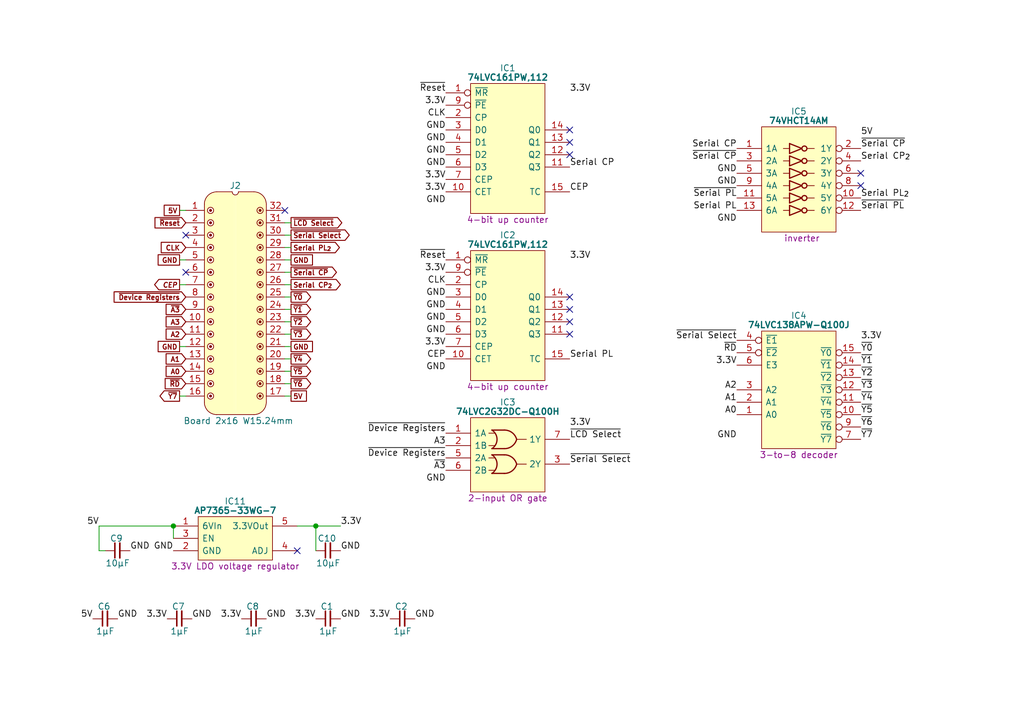
<source format=kicad_sch>
(kicad_sch (version 20250114) (generator "eeschema") (generator_version "9.0")
  (paper "A5")
  (title_block (title "SNES Controller Clock") (date "2024-05-11") (rev "V2"))
  (lib_symbols
    (symbol "Diodes_Inc:AP7365-33WG-7" (pin_names (offset 0.762))
      (property "Reference" "IC" (at 12.7 5.08 0))
      (property "Value" "AP7365-33WG-7" (at 12.7 3.175 0))
      (property "Description" "3.3V LDO voltage regulator" (at 12.7 -8.255 0))
      (symbol "AP7365-33WG-7_0_0"
        (pin input line (at 0 -2.54 0) (length 5.08) (name "EN") (number "3"))
        (pin passive line (at 0 -5.08 0) (length 5.08) (name "GND") (number "2"))
        (pin passive line (at 25.4 -5.08 180) (length 5.08) (name "ADJ") (number "4"))
      )
      (symbol "AP7365-33WG-7_0_1"
        (polyline (pts (xy 5.08 1.905) (xy 20.32 1.905) (xy 20.32 -6.985) (xy 5.08 -6.985) (xy 5.08 1.905)) (fill (type background)))
      )
      (symbol "AP7365-33WG-7_1_0"
        (pin passive line (at 0 0 0) (length 5.08) (name "6VIn") (number "1"))
        (pin passive line (at 25.4 0 180) (length 5.08) (name "3.3VOut") (number "5"))
      )
    )
    (symbol "HCP65:Board_02x16_W15.24mm" (pin_names (offset 1.016) (hide yes))
      (property "Reference" "J" (at 0 5.08 0))
      (property "Value" "Board 2x16 W15.24mm" (at 0.635 -43.18 0))
      (symbol "Board_02x16_W15.24mm_0_1"
        (polyline (pts (xy -6.35 1.27) (xy -6.35 -39.37)))
        (arc (start -3.8102 -41.9098) (mid -5.6063 -41.1659) (end -6.3502 -39.3698))
        (arc (start -6.35 1.27) (mid -5.6061 3.0661) (end -3.81 3.81))
        (polyline (pts (xy -3.81 3.81) (xy -0.635 3.81)))
        (arc (start 0.635 3.81) (mid 0 3.175) (end -0.635 3.81))
        (polyline (pts (xy 0.635 3.81) (xy 3.81 3.81)))
        (polyline (pts (xy 3.8098 -41.9098) (xy -3.81 -41.91)))
        (arc (start 3.81 3.81) (mid 5.6061 3.0661) (end 6.35 1.27))
        (arc (start 6.3498 -39.3698) (mid 5.6059 -41.1659) (end 3.8098 -41.9098))
        (polyline (pts (xy 6.35 -39.37) (xy 6.35 1.27)))
      )
      (symbol "Board_02x16_W15.24mm_1_1"
        (polyline (pts (xy -6.35 1.27) (xy -6.096 2.286) (xy -5.588 3.048) (xy -4.826 3.556) (xy -4.064 3.81) (xy -0.762 3.81) (xy -0.508 3.302) (xy 0 3.048) (xy 0 -41.91) (xy -3.81 -41.91) (xy -4.826 -41.656) (xy -5.588 -41.148) (xy -6.096 -40.386) (xy -6.35 -39.37) (xy -6.35 1.27)) (stroke (width -0.0001)) (fill (type background)))
        (circle (center -5.08 0) (radius 0.0001) (stroke (width 0.3)))
        (circle (center -5.08 0) (radius 0.635) (fill (type color) (color 255 255 255 1)))
        (circle (center -5.08 -2.54) (radius 0.0001) (stroke (width 0.3)))
        (circle (center -5.08 -2.54) (radius 0.635) (fill (type color) (color 255 255 255 1)))
        (circle (center -5.08 -5.08) (radius 0.0001) (stroke (width 0.3)))
        (circle (center -5.08 -5.08) (radius 0.635) (fill (type color) (color 255 255 255 1)))
        (circle (center -5.08 -7.62) (radius 0.0001) (stroke (width 0.3)))
        (circle (center -5.08 -7.62) (radius 0.635) (fill (type color) (color 255 255 255 1)))
        (circle (center -5.08 -10.16) (radius 0.0001) (stroke (width 0.3)))
        (circle (center -5.08 -10.16) (radius 0.635) (fill (type color) (color 255 255 255 1)))
        (circle (center -5.08 -12.7) (radius 0.0001) (stroke (width 0.3)))
        (circle (center -5.08 -12.7) (radius 0.635) (fill (type color) (color 255 255 255 1)))
        (circle (center -5.08 -15.24) (radius 0.0001) (stroke (width 0.3)))
        (circle (center -5.08 -15.24) (radius 0.635) (fill (type color) (color 255 255 255 1)))
        (circle (center -5.08 -17.78) (radius 0.0001) (stroke (width 0.3)))
        (circle (center -5.08 -17.78) (radius 0.635) (fill (type color) (color 255 255 255 1)))
        (circle (center -5.08 -20.32) (radius 0.0001) (stroke (width 0.3)))
        (circle (center -5.08 -20.32) (radius 0.635) (fill (type color) (color 255 255 255 1)))
        (circle (center -5.08 -22.86) (radius 0.0001) (stroke (width 0.3)))
        (circle (center -5.08 -22.86) (radius 0.635) (fill (type color) (color 255 255 255 1)))
        (circle (center -5.08 -25.4) (radius 0.0001) (stroke (width 0.3)))
        (circle (center -5.08 -25.4) (radius 0.635) (fill (type color) (color 255 255 255 1)))
        (circle (center -5.08 -27.94) (radius 0.0001) (stroke (width 0.3)))
        (circle (center -5.08 -27.94) (radius 0.635) (fill (type color) (color 255 255 255 1)))
        (circle (center -5.08 -30.48) (radius 0.0001) (stroke (width 0.3)))
        (circle (center -5.08 -30.48) (radius 0.635) (fill (type color) (color 255 255 255 1)))
        (circle (center -5.08 -33.02) (radius 0.0001) (stroke (width 0.3)))
        (circle (center -5.08 -33.02) (radius 0.635) (fill (type color) (color 255 255 255 1)))
        (circle (center -5.08 -35.56) (radius 0.0001) (stroke (width 0.3)))
        (circle (center -5.08 -35.56) (radius 0.635) (fill (type color) (color 255 255 255 1)))
        (circle (center -5.08 -38.1) (radius 0.0001) (stroke (width 0.3)))
        (circle (center -5.08 -38.1) (radius 0.635) (fill (type color) (color 255 255 255 1)))
        (circle (center 5.08 0) (radius 0.0001) (stroke (width 0.3)))
        (circle (center 5.08 0) (radius 0.635) (fill (type color) (color 255 255 255 1)))
        (circle (center 5.08 -2.54) (radius 0.0001) (stroke (width 0.3)))
        (circle (center 5.08 -2.54) (radius 0.635) (fill (type color) (color 255 255 255 1)))
        (circle (center 5.08 -5.08) (radius 0.0001) (stroke (width 0.3)))
        (circle (center 5.08 -5.08) (radius 0.635) (fill (type color) (color 255 255 255 1)))
        (circle (center 5.08 -7.62) (radius 0.0001) (stroke (width 0.3)))
        (circle (center 5.08 -7.62) (radius 0.635) (fill (type color) (color 255 255 255 1)))
        (circle (center 5.08 -10.16) (radius 0.0001) (stroke (width 0.3)))
        (circle (center 5.08 -10.16) (radius 0.635) (fill (type color) (color 255 255 255 1)))
        (circle (center 5.08 -12.7) (radius 0.0001) (stroke (width 0.3)))
        (circle (center 5.08 -12.7) (radius 0.635) (fill (type color) (color 255 255 255 1)))
        (circle (center 5.08 -15.24) (radius 0.0001) (stroke (width 0.3)))
        (circle (center 5.08 -15.24) (radius 0.635) (fill (type color) (color 255 255 255 1)))
        (circle (center 5.08 -17.78) (radius 0.0001) (stroke (width 0.3)))
        (circle (center 5.08 -17.78) (radius 0.635) (fill (type color) (color 255 255 255 1)))
        (circle (center 5.08 -20.32) (radius 0.0001) (stroke (width 0.3)))
        (circle (center 5.08 -20.32) (radius 0.635) (fill (type color) (color 255 255 255 1)))
        (circle (center 5.08 -22.86) (radius 0.0001) (stroke (width 0.3)))
        (circle (center 5.08 -22.86) (radius 0.635) (fill (type color) (color 255 255 255 1)))
        (circle (center 5.08 -25.4) (radius 0.0001) (stroke (width 0.3)))
        (circle (center 5.08 -25.4) (radius 0.635) (fill (type color) (color 255 255 255 1)))
        (circle (center 5.08 -27.94) (radius 0.0001) (stroke (width 0.3)))
        (circle (center 5.08 -27.94) (radius 0.635) (fill (type color) (color 255 255 255 1)))
        (circle (center 5.08 -30.48) (radius 0.0001) (stroke (width 0.3)))
        (circle (center 5.08 -30.48) (radius 0.635) (fill (type color) (color 255 255 255 1)))
        (circle (center 5.08 -33.02) (radius 0.0001) (stroke (width 0.3)))
        (circle (center 5.08 -33.02) (radius 0.635) (fill (type color) (color 255 255 255 1)))
        (circle (center 5.08 -35.56) (radius 0.0001) (stroke (width 0.3)))
        (circle (center 5.08 -35.56) (radius 0.635) (fill (type color) (color 255 255 255 1)))
        (circle (center 5.08 -38.1) (radius 0.0001) (stroke (width 0.3)))
        (circle (center 5.08 -38.1) (radius 0.635) (fill (type color) (color 255 255 255 1)))
        (polyline (pts (xy 6.35 1.27) (xy 6.096 2.286) (xy 5.588 3.048) (xy 4.826 3.556) (xy 4.064 3.81) (xy 0.762 3.81) (xy 0.508 3.302) (xy 0 3.048) (xy 0 -41.91) (xy 3.81 -41.91) (xy 4.826 -41.656) (xy 5.588 -41.148) (xy 6.096 -40.386) (xy 6.35 -39.37) (xy 6.35 1.27)) (stroke (width -0.0001)) (fill (type background)))
        (pin passive line (at -10.16 0 0) (length 3.81) (name "") (number "1"))
        (pin passive line (at -10.16 -2.54 0) (length 3.81) (name "") (number "2"))
        (pin passive line (at -10.16 -5.08 0) (length 3.81) (name "") (number "3"))
        (pin passive line (at -10.16 -7.62 0) (length 3.81) (name "") (number "4"))
        (pin passive line (at -10.16 -10.16 0) (length 3.81) (name "") (number "5"))
        (pin passive line (at -10.16 -12.7 0) (length 3.81) (name "") (number "6"))
        (pin passive line (at -10.16 -15.24 0) (length 3.81) (name "") (number "7"))
        (pin passive line (at -10.16 -17.78 0) (length 3.81) (name "") (number "8"))
        (pin passive line (at -10.16 -20.32 0) (length 3.81) (name "") (number "9"))
        (pin passive line (at -10.16 -22.86 0) (length 3.81) (name "") (number "10"))
        (pin passive line (at -10.16 -25.4 0) (length 3.81) (name "") (number "11"))
        (pin passive line (at -10.16 -27.94 0) (length 3.81) (name "") (number "12"))
        (pin passive line (at -10.16 -30.48 0) (length 3.81) (name "") (number "13"))
        (pin passive line (at -10.16 -33.02 0) (length 3.81) (name "") (number "14"))
        (pin passive line (at -10.16 -35.56 0) (length 3.81) (name "") (number "15"))
        (pin passive line (at -10.16 -38.1 0) (length 3.81) (name "") (number "16"))
        (pin passive line (at 10.16 0 180) (length 3.81) (name "") (number "32"))
        (pin passive line (at 10.16 -2.54 180) (length 3.81) (name "") (number "31"))
        (pin passive line (at 10.16 -5.08 180) (length 3.81) (name "") (number "30"))
        (pin passive line (at 10.16 -7.62 180) (length 3.81) (name "") (number "29"))
        (pin passive line (at 10.16 -10.16 180) (length 3.81) (name "") (number "28"))
        (pin passive line (at 10.16 -12.7 180) (length 3.81) (name "") (number "27"))
        (pin passive line (at 10.16 -15.24 180) (length 3.81) (name "") (number "26"))
        (pin passive line (at 10.16 -17.78 180) (length 3.81) (name "") (number "25"))
        (pin passive line (at 10.16 -20.32 180) (length 3.81) (name "") (number "24"))
        (pin passive line (at 10.16 -22.86 180) (length 3.81) (name "") (number "23"))
        (pin passive line (at 10.16 -25.4 180) (length 3.81) (name "") (number "22"))
        (pin passive line (at 10.16 -27.94 180) (length 3.81) (name "") (number "21"))
        (pin passive line (at 10.16 -30.48 180) (length 3.81) (name "") (number "20"))
        (pin passive line (at 10.16 -33.02 180) (length 3.81) (name "") (number "19"))
        (pin passive line (at 10.16 -35.56 180) (length 3.81) (name "") (number "18"))
        (pin passive line (at 10.16 -38.1 180) (length 3.81) (name "") (number "17"))
      )
    )
    (symbol "HCP65:C_0805" (pin_numbers (hide yes)) (pin_names (offset 0.254) (hide yes))
      (property "Reference" "C" (at 2.286 2.54 0))
      (property "Value" "?μF" (at 2.54 -2.54 0))
      (symbol "C_0805_0_1"
        (polyline (pts (xy 1.9685 -1.4605) (xy 1.9685 1.5875)) (stroke (width 0.3048)))
        (polyline (pts (xy 2.9845 -1.4605) (xy 2.9845 1.5875)) (stroke (width 0.3302)))
      )
      (symbol "C_0805_1_1"
        (pin passive line (at 0 0 0) (length 2.032) (name "~") (number "1"))
        (pin passive line (at 5.08 0 180) (length 2.032) (name "~") (number "2"))
      )
    )
    (symbol "Nexperia:74LVC138APW-Q100J" (pin_names (offset 0.762))
      (property "Reference" "IC" (at 12.7 3.175 0))
      (property "Value" "74LVC138APW-Q100J" (at 12.7 1.27 0))
      (property "Description" "3-to-8 decoder" (at 12.7 -25.4 0))
      (symbol "74LVC138APW-Q100J_0_0"
        (pin input line (at 0 -6.985 0) (length 5.08) (name "E3") (number "6"))
        (pin input line (at 0 -12.065 0) (length 5.08) (name "A2") (number "3"))
        (pin input line (at 0 -14.605 0) (length 5.08) (name "A1") (number "2"))
        (pin input line (at 0 -17.145 0) (length 5.08) (name "A0") (number "1"))
        (pin passive line (at 0 -22.225 0) (length 5.08) (hide yes) (name "GND") (number "8"))
        (pin passive line (at 25.4 -1.905 180) (length 5.08) (hide yes) (name "3V") (number "16"))
        (pin output inverted (at 25.4 -4.445 180) (length 5.08) (name "~{Y0}") (number "15"))
        (pin output inverted (at 25.4 -6.985 180) (length 5.08) (name "~{Y1}") (number "14"))
        (pin output inverted (at 25.4 -9.525 180) (length 5.08) (name "~{Y2}") (number "13"))
        (pin output inverted (at 25.4 -12.065 180) (length 5.08) (name "~{Y3}") (number "12"))
        (pin output inverted (at 25.4 -14.605 180) (length 5.08) (name "~{Y4}") (number "11"))
        (pin output inverted (at 25.4 -17.145 180) (length 5.08) (name "~{Y5}") (number "10"))
        (pin output inverted (at 25.4 -19.685 180) (length 5.08) (name "~{Y6}") (number "9"))
        (pin output inverted (at 25.4 -22.225 180) (length 5.08) (name "~{Y7}") (number "7"))
      )
      (symbol "74LVC138APW-Q100J_0_1"
        (polyline (pts (xy 5.08 0) (xy 20.32 0) (xy 20.32 -24.13) (xy 5.08 -24.13) (xy 5.08 0)) (stroke (width 0.1524)) (fill (type background)))
      )
      (symbol "74LVC138APW-Q100J_1_0"
        (pin input inverted (at 0 -1.905 0) (length 5.08) (name "~{E1}") (number "4"))
        (pin input inverted (at 0 -4.445 0) (length 5.08) (name "~{E2}") (number "5"))
      )
    )
    (symbol "Nexperia:74LVC161PW,112" (pin_names (offset 0.762))
      (property "Reference" "IC" (at 12.7 5.08 0))
      (property "Value" "74LVC161PW,112" (at 12.7 3.175 0))
      (property "Description" "4-bit up counter" (at 12.7 -26.035 0))
      (symbol "74LVC161PW,112_0_0"
        (pin input inverted (at 0 0 0) (length 5.08) (name "~{MR}") (number "1"))
        (pin input inverted (at 0 -2.54 0) (length 5.08) (name "~{PE}") (number "9"))
        (pin input line (at 0 -5.08 0) (length 5.08) (name "CP") (number "2"))
        (pin input line (at 0 -7.62 0) (length 5.08) (name "D0") (number "3"))
        (pin input line (at 0 -10.16 0) (length 5.08) (name "D1") (number "4"))
        (pin input line (at 0 -12.7 0) (length 5.08) (name "D2") (number "5"))
        (pin input line (at 0 -15.24 0) (length 5.08) (name "D3") (number "6"))
        (pin input line (at 0 -17.78 0) (length 5.08) (name "CEP") (number "7"))
        (pin input line (at 0 -20.32 0) (length 5.08) (name "CET") (number "10"))
        (pin passive line (at 0 -22.86 0) (length 5.08) (hide yes) (name "GND") (number "8"))
        (pin passive line (at 25.4 0 180) (length 5.08) (hide yes) (name "3V") (number "16"))
        (pin output line (at 25.4 -7.62 180) (length 5.08) (name "Q0") (number "14"))
        (pin output line (at 25.4 -10.16 180) (length 5.08) (name "Q1") (number "13"))
        (pin output line (at 25.4 -12.7 180) (length 5.08) (name "Q2") (number "12"))
        (pin output line (at 25.4 -15.24 180) (length 5.08) (name "Q3") (number "11"))
        (pin output line (at 25.4 -20.32 180) (length 5.08) (name "TC") (number "15"))
      )
      (symbol "74LVC161PW,112_0_1"
        (polyline (pts (xy 5.08 1.905) (xy 20.32 1.905) (xy 20.32 -24.765) (xy 5.08 -24.765) (xy 5.08 1.905)) (stroke (width 0.1524)) (fill (type background)))
      )
    )
    (symbol "Nexperia:74LVC2G32DC-Q100H" (pin_names (offset 0.762))
      (property "Reference" "IC" (at 12.7 6.35 0))
      (property "Value" "74LVC2G32DC-Q100H" (at 12.7 4.445 0))
      (property "Description" "2-input OR gate" (at 12.7 -13.335 0))
      (symbol "74LVC2G32DC-Q100H_0_1"
        (polyline (pts (xy 5.08 3.175) (xy 20.32 3.175) (xy 20.32 -12.065) (xy 5.08 -12.065) (xy 5.08 3.175)) (stroke (width 0.1524)) (fill (type background)))
        (arc (start 9.437 0.635) (mid 10.4969 -1.27) (end 9.437 -3.175) (stroke (width 0.254)))
        (arc (start 9.437 -4.445) (mid 10.4969 -6.35) (end 9.437 -8.255) (stroke (width 0.254)))
        (polyline (pts (xy 8.802 0) (xy 10.0719 0)))
        (polyline (pts (xy 8.802 -2.54) (xy 10.0719 -2.54)))
        (polyline (pts (xy 8.802 -5.08) (xy 10.0719 -5.08)))
        (polyline (pts (xy 8.802 -7.62) (xy 10.0719 -7.62)))
        (polyline (pts (xy 11.977 0.635) (xy 9.437 0.635)) (stroke (width 0.254)) (fill (type background)))
        (polyline (pts (xy 11.977 -3.175) (xy 9.437 -3.175)) (stroke (width 0.254)) (fill (type background)))
        (polyline (pts (xy 11.977 -4.445) (xy 9.437 -4.445)) (stroke (width 0.254)) (fill (type background)))
        (polyline (pts (xy 11.977 -8.255) (xy 9.437 -8.255)) (stroke (width 0.254)) (fill (type background)))
        (arc (start 14.517 -1.27) (mid 13.5755 -2.6605) (end 11.977 -3.175) (stroke (width 0.254)))
        (arc (start 14.517 -6.35) (mid 13.5755 -7.7405) (end 11.977 -8.255) (stroke (width 0.254)))
        (arc (start 11.977 0.635) (mid 13.576 0.1212) (end 14.517 -1.27) (stroke (width 0.254)))
        (arc (start 11.977 -4.445) (mid 13.576 -4.9588) (end 14.517 -6.35) (stroke (width 0.254)))
        (polyline (pts (xy 14.605 -1.27) (xy 16.51 -1.27)))
        (polyline (pts (xy 14.605 -6.35) (xy 16.51 -6.35)))
      )
      (symbol "74LVC2G32DC-Q100H_1_0"
        (pin input line (at 0 0 0) (length 5.08) (name "1A") (number "1"))
        (pin input line (at 0 -2.54 0) (length 5.08) (name "1B") (number "2"))
        (pin input line (at 0 -5.08 0) (length 5.08) (name "2A") (number "5"))
        (pin input line (at 0 -7.62 0) (length 5.08) (name "2B") (number "6"))
        (pin passive line (at 0 -10.16 0) (length 5.08) (hide yes) (name "GND") (number "4"))
        (pin passive line (at 25.4 1.27 180) (length 5.08) (hide yes) (name "VCC") (number "8"))
        (pin output line (at 25.4 -1.27 180) (length 5.08) (name "1Y") (number "7"))
        (pin output line (at 25.4 -6.35 180) (length 5.08) (name "2Y") (number "3"))
      )
    )
    (symbol "ON_Semiconductor:74VHCT14AM" (pin_names (offset 0.762))
      (property "Reference" "IC" (at 12.7 7.62 0))
      (property "Value" "74VHCT14AM" (at 12.7 5.715 0))
      (property "Description" "inverter" (at 13.335 -18.415 0))
      (symbol "74VHCT14AM_0_0"
        (pin input line (at 0 0 0) (length 5.08) (name "1A") (number "1"))
        (pin input line (at 0 -2.54 0) (length 5.08) (name "2A") (number "3"))
        (pin input line (at 0 -5.08 0) (length 5.08) (name "3A") (number "5"))
        (pin input line (at 0 -7.62 0) (length 5.08) (name "4A") (number "9"))
        (pin input line (at 0 -10.16 0) (length 5.08) (name "5A") (number "11"))
        (pin input line (at 0 -12.7 0) (length 5.08) (name "6A") (number "13"))
        (pin passive line (at 0 -15.24 0) (length 5.08) (hide yes) (name "GND") (number "7"))
        (pin passive line (at 25.4 2.54 180) (length 5.08) (hide yes) (name "5V") (number "14"))
        (pin output inverted (at 25.4 0 180) (length 5.08) (name "1Y") (number "2"))
        (pin output inverted (at 25.4 -2.54 180) (length 5.08) (name "2Y") (number "4"))
        (pin output inverted (at 25.4 -5.08 180) (length 5.08) (name "3Y") (number "6"))
        (pin output inverted (at 25.4 -7.62 180) (length 5.08) (name "4Y") (number "8"))
        (pin output inverted (at 25.4 -10.16 180) (length 5.08) (name "5Y") (number "10"))
        (pin output inverted (at 25.4 -12.7 180) (length 5.08) (name "6Y") (number "12"))
      )
      (symbol "74VHCT14AM_0_1"
        (polyline (pts (xy 5.08 4.445) (xy 20.32 4.445) (xy 20.32 -17.145) (xy 5.08 -17.145) (xy 5.08 4.445)) (stroke (width 0.1524)) (fill (type background)))
        (polyline (pts (xy 9.525 0) (xy 10.7949 0)))
        (polyline (pts (xy 9.525 -2.54) (xy 10.7949 -2.54)))
        (polyline (pts (xy 9.525 -5.08) (xy 10.7949 -5.08)))
        (polyline (pts (xy 9.525 -7.62) (xy 10.7949 -7.62)))
        (polyline (pts (xy 9.525 -10.16) (xy 10.7949 -10.16)))
        (polyline (pts (xy 9.525 -12.7) (xy 10.7949 -12.7)))
        (rectangle (start 10.795 1.016) (end 10.795 -1.016) (stroke (width 0.254)) (fill (type background)))
        (polyline (pts (xy 10.795 -1.016) (xy 13.335 0) (xy 10.795 1.016)) (stroke (width 0.254)))
        (rectangle (start 10.795 -1.524) (end 10.795 -3.556) (stroke (width 0.254)) (fill (type background)))
        (polyline (pts (xy 10.795 -3.556) (xy 13.335 -2.54) (xy 10.795 -1.524)) (stroke (width 0.254)))
        (rectangle (start 10.795 -4.064) (end 10.795 -6.096) (stroke (width 0.254)) (fill (type background)))
        (polyline (pts (xy 10.795 -6.096) (xy 13.335 -5.08) (xy 10.795 -4.064)) (stroke (width 0.254)))
        (rectangle (start 10.795 -6.604) (end 10.795 -8.636) (stroke (width 0.254)) (fill (type background)))
        (polyline (pts (xy 10.795 -8.636) (xy 13.335 -7.62) (xy 10.795 -6.604)) (stroke (width 0.254)))
        (rectangle (start 10.795 -9.144) (end 10.795 -11.176) (stroke (width 0.254)) (fill (type background)))
        (polyline (pts (xy 10.795 -11.176) (xy 13.335 -10.16) (xy 10.795 -9.144)) (stroke (width 0.254)))
        (rectangle (start 10.795 -11.684) (end 10.795 -13.716) (stroke (width 0.254)) (fill (type background)))
        (polyline (pts (xy 10.795 -13.716) (xy 13.335 -12.7) (xy 10.795 -11.684)) (stroke (width 0.254)))
        (circle (center 13.843 0) (radius 0.508) (stroke (width 0.254)))
        (circle (center 13.843 -2.54) (radius 0.508) (stroke (width 0.254)))
        (circle (center 13.843 -5.08) (radius 0.508) (stroke (width 0.254)))
        (circle (center 13.843 -7.62) (radius 0.508) (stroke (width 0.254)))
        (circle (center 13.843 -10.16) (radius 0.508) (stroke (width 0.254)))
        (circle (center 13.843 -12.7) (radius 0.508) (stroke (width 0.254)))
        (polyline (pts (xy 14.351 0) (xy 15.875 0)))
        (polyline (pts (xy 14.351 -2.54) (xy 15.875 -2.54)))
        (polyline (pts (xy 14.351 -5.08) (xy 15.875 -5.08)))
        (polyline (pts (xy 14.351 -7.62) (xy 15.875 -7.62)))
        (polyline (pts (xy 14.351 -10.16) (xy 15.875 -10.16)))
        (polyline (pts (xy 14.351 -12.7) (xy 15.875 -12.7)))
      )
    )
  )
  (junction (at 64.77 107.95))
  (junction (at 35.56 107.95))
  (no_connect (at 58.42 43.18))
  (no_connect (at 38.1 48.26))
  (no_connect (at 116.84 31.75))
  (no_connect (at 38.1 55.88))
  (no_connect (at 116.84 63.5))
  (no_connect (at 116.84 68.58))
  (no_connect (at 116.84 29.21))
  (no_connect (at 176.53 38.1))
  (no_connect (at 116.84 60.96))
  (no_connect (at 116.84 66.04))
  (no_connect (at 176.53 35.56))
  (no_connect (at 60.96 113.03))
  (no_connect (at 116.84 26.67))
  (wire (pts (xy 59.69 50.8) (xy 58.42 50.8)))
  (wire (pts (xy 59.69 55.88) (xy 58.42 55.88)))
  (wire (pts (xy 59.69 48.26) (xy 58.42 48.26)))
  (wire (pts (xy 59.69 68.58) (xy 58.42 68.58)))
  (wire (pts (xy 59.69 58.42) (xy 58.42 58.42)))
  (wire (pts (xy 36.83 53.34) (xy 38.1 53.34)))
  (wire (pts (xy 36.83 58.42) (xy 38.1 58.42)))
  (wire (pts (xy 36.83 43.18) (xy 38.1 43.18)))
  (wire (pts (xy 59.69 73.66) (xy 58.42 73.66)))
  (wire (pts (xy 59.69 60.96) (xy 58.42 60.96)))
  (wire (pts (xy 59.69 63.5) (xy 58.42 63.5)))
  (wire (pts (xy 35.56 107.95) (xy 35.56 110.49)))
  (wire (pts (xy 20.32 107.95) (xy 20.32 113.03)))
  (wire (pts (xy 59.69 45.72) (xy 58.42 45.72)))
  (wire (pts (xy 60.96 107.95) (xy 64.77 107.95)))
  (wire (pts (xy 36.83 81.28) (xy 38.1 81.28)))
  (wire (pts (xy 59.69 81.28) (xy 58.42 81.28)))
  (wire (pts (xy 64.77 113.03) (xy 64.77 107.95)))
  (wire (pts (xy 36.83 71.12) (xy 38.1 71.12)))
  (wire (pts (xy 59.69 76.2) (xy 58.42 76.2)))
  (wire (pts (xy 59.69 66.04) (xy 58.42 66.04)))
  (wire (pts (xy 59.69 78.74) (xy 58.42 78.74)))
  (wire (pts (xy 20.32 107.95) (xy 35.56 107.95)))
  (wire (pts (xy 64.77 107.95) (xy 69.85 107.95)))
  (wire (pts (xy 59.69 71.12) (xy 58.42 71.12)))
  (wire (pts (xy 59.69 53.34) (xy 58.42 53.34)))
  (wire (pts (xy 20.32 113.03) (xy 21.59 113.03)))
  (label "GND" (at 26.67 113.03 0))
  (label "3.3V" (at 116.84 19.05 0))
  (label "3.3V" (at 151.13 74.93 180))
  (label "GND" (at 91.44 68.58 180))
  (label "GND" (at 91.44 60.96 180))
  (label "GND" (at 85.09 127 0))
  (label "3.3V" (at 116.84 87.63 0))
  (label "3.3V" (at 49.53 127 180))
  (label "3.3V" (at 91.44 55.88 180))
  (label "Serial PL_{2}" (at 176.53 40.64 0))
  (label "GND" (at 91.44 34.29 180))
  (label "~{LCD Select}" (at 116.84 90.17 0))
  (label "GND" (at 91.44 26.67 180))
  (label "3.3V" (at 91.44 21.59 180))
  (label "Serial CP_{2}" (at 176.53 33.02 0))
  (label "~{Serial PL}" (at 151.13 40.64 180))
  (label "~{Reset}" (at 91.44 53.34 180))
  (label "~{Serial CP}" (at 151.13 33.02 180))
  (label "~{Y1}" (at 176.53 74.93 0))
  (label "CLK" (at 91.44 58.42 180))
  (label "GND" (at 91.44 31.75 180))
  (label "~{Y7}" (at 176.53 90.17 0))
  (label "GND" (at 151.13 38.1 180))
  (label "~{Serial PL}" (at 176.53 43.18 0))
  (label "~{RD}" (at 151.13 72.39 180))
  (label "~{Y0}" (at 176.53 72.39 0))
  (label "~{Y4}" (at 176.53 82.55 0))
  (label "A3" (at 91.44 91.44 180))
  (label "3.3V" (at 34.29 127 180))
  (label "CLK" (at 91.44 24.13 180))
  (label "Serial PL" (at 151.13 43.18 180))
  (label "~{Y5}" (at 176.53 85.09 0))
  (label "3.3V" (at 69.85 107.95 0))
  (label "Serial CP" (at 116.84 34.29 0))
  (label "GND" (at 91.44 29.21 180))
  (label "~{Y2}" (at 176.53 77.47 0))
  (label "3.3V" (at 116.84 53.34 0))
  (label "CEP" (at 91.44 73.66 180))
  (label "5V" (at 19.05 127 180))
  (label "A1" (at 151.13 82.55 180))
  (label "GND" (at 54.61 127 0))
  (label "GND" (at 151.13 90.17 180))
  (label "5V" (at 20.32 107.95 180))
  (label "GND" (at 69.85 127 0))
  (label "3.3V" (at 91.44 36.83 180))
  (label "3.3V" (at 91.44 39.37 180))
  (label "A0" (at 151.13 85.09 180))
  (label "~{Reset}" (at 91.44 19.05 180))
  (label "A2" (at 151.13 80.01 180))
  (label "Serial PL" (at 116.84 73.66 0))
  (label "GND" (at 24.13 127 0))
  (label "~{Device Registers}" (at 91.44 93.98 180))
  (label "GND" (at 91.44 63.5 180))
  (label "3.3V" (at 91.44 71.12 180))
  (label "GND" (at 91.44 76.2 180))
  (label "~{Device Registers}" (at 91.44 88.9 180))
  (label "~{Serial CP}" (at 176.53 30.48 0))
  (label "Serial CP" (at 151.13 30.48 180))
  (label "GND" (at 91.44 41.91 180))
  (label "~{Serial Select}" (at 151.13 69.85 180))
  (label "CEP" (at 116.84 39.37 0))
  (label "~{Y6}" (at 176.53 87.63 0))
  (label "GND" (at 151.13 45.72 180))
  (label "3.3V" (at 176.53 69.85 0))
  (label "3.3V" (at 80.01 127 180))
  (label "5V" (at 176.53 27.94 0))
  (label "~{A3}" (at 91.44 96.52 180))
  (label "GND" (at 69.85 113.03 0))
  (label "GND" (at 91.44 99.06 180))
  (label "GND" (at 35.56 113.03 180))
  (label "GND" (at 39.37 127 0))
  (label "~{Y3}" (at 176.53 80.01 0))
  (label "GND" (at 91.44 66.04 180))
  (label "GND" (at 151.13 35.56 180))
  (label "3.3V" (at 64.77 127 180))
  (label "~{Serial Select}" (at 116.84 95.25 0))
  (global_label "A3" (shape input) (at 38.1 66.04 180) (effects (font (size 1 1) (thickness 0.2) (bold yes))) (property "Intersheetrefs" "${INTERSHEET_REFS}" (effects (hide yes))))
  (global_label "5V" (shape passive) (at 36.83 43.18 180) (effects (font (size 1 1) (thickness 0.2) (bold yes))) (property "Intersheetrefs" "${INTERSHEET_REFS}" (effects (hide yes))))
  (global_label "~{Device Registers}" (shape input) (at 38.1 60.96 180) (effects (font (size 1 1) (thickness 0.2) (bold yes))) (property "Intersheetrefs" "${INTERSHEET_REFS}" (effects (hide yes))))
  (global_label "~{Reset}" (shape input) (at 38.1 45.72 180) (effects (font (size 1 1) (thickness 0.2) (bold yes))) (property "Intersheetrefs" "${INTERSHEET_REFS}" (effects (hide yes))))
  (global_label "~{A3}" (shape input) (at 38.1 63.5 180) (effects (font (size 1 1) (thickness 0.2) (bold yes))) (property "Intersheetrefs" "${INTERSHEET_REFS}" (effects (hide yes))))
  (global_label "~{Y6}" (shape output) (at 59.69 78.74 0) (effects (font (size 1 1) (thickness 0.2) (bold yes))) (property "Intersheetrefs" "${INTERSHEET_REFS}" (effects (hide yes))))
  (global_label "Serial PL_{2}" (shape output) (at 59.69 50.8 0) (effects (font (size 1 1) (thickness 0.2) (bold yes))) (property "Intersheetrefs" "${INTERSHEET_REFS}" (effects (hide yes))))
  (global_label "A1" (shape input) (at 38.1 73.66 180) (effects (font (size 1 1) (thickness 0.2) (bold yes))) (property "Intersheetrefs" "${INTERSHEET_REFS}" (effects (hide yes))))
  (global_label "CLK" (shape input) (at 38.1 50.8 180) (effects (font (size 1 1) (thickness 0.2) (bold yes))) (property "Intersheetrefs" "${INTERSHEET_REFS}" (effects (hide yes))))
  (global_label "~{Y3}" (shape output) (at 59.69 68.58 0) (effects (font (size 1 1) (thickness 0.2) (bold yes))) (property "Intersheetrefs" "${INTERSHEET_REFS}" (effects (hide yes))))
  (global_label "~{Y0}" (shape output) (at 59.69 60.96 0) (effects (font (size 1 1) (thickness 0.2) (bold yes))) (property "Intersheetrefs" "${INTERSHEET_REFS}" (effects (hide yes))))
  (global_label "~{Y5}" (shape output) (at 59.69 76.2 0) (effects (font (size 1 1) (thickness 0.2) (bold yes))) (property "Intersheetrefs" "${INTERSHEET_REFS}" (effects (hide yes))))
  (global_label "A2" (shape input) (at 38.1 68.58 180) (effects (font (size 1 1) (thickness 0.2) (bold yes))) (property "Intersheetrefs" "${INTERSHEET_REFS}" (effects (hide yes))))
  (global_label "~{RD}" (shape input) (at 38.1 78.74 180) (effects (font (size 1 1) (thickness 0.2) (bold yes))) (property "Intersheetrefs" "${INTERSHEET_REFS}" (effects (hide yes))))
  (global_label "~{Serial Select}" (shape output) (at 59.69 48.26 0) (effects (font (size 1 1) (thickness 0.2) (bold yes))) (property "Intersheetrefs" "${INTERSHEET_REFS}" (effects (hide yes))))
  (global_label "GND" (shape passive) (at 59.69 71.12 0) (effects (font (size 1 1) (thickness 0.2) (bold yes))) (property "Intersheetrefs" "${INTERSHEET_REFS}" (effects (hide yes))))
  (global_label "GND" (shape passive) (at 36.83 53.34 180) (effects (font (size 1 1) (thickness 0.2) (bold yes))) (property "Intersheetrefs" "${INTERSHEET_REFS}" (effects (hide yes))))
  (global_label "Serial CP_{2}" (shape output) (at 59.69 58.42 0) (effects (font (size 1 1) (thickness 0.2) (bold yes))) (property "Intersheetrefs" "${INTERSHEET_REFS}" (effects (hide yes))))
  (global_label "GND" (shape passive) (at 59.69 53.34 0) (effects (font (size 1 1) (thickness 0.2) (bold yes))) (property "Intersheetrefs" "${INTERSHEET_REFS}" (effects (hide yes))))
  (global_label "GND" (shape passive) (at 36.83 71.12 180) (effects (font (size 1 1) (thickness 0.2) (bold yes))) (property "Intersheetrefs" "${INTERSHEET_REFS}" (effects (hide yes))))
  (global_label "A0" (shape input) (at 38.1 76.2 180) (effects (font (size 1 1) (thickness 0.2) (bold yes))) (property "Intersheetrefs" "${INTERSHEET_REFS}" (effects (hide yes))))
  (global_label "~{Y4}" (shape output) (at 59.69 73.66 0) (effects (font (size 1 1) (thickness 0.2) (bold yes))) (property "Intersheetrefs" "${INTERSHEET_REFS}" (effects (hide yes))))
  (global_label "CEP" (shape output) (at 36.83 58.42 180) (effects (font (size 1 1) (thickness 0.2) (bold yes) (italic yes))) (property "Intersheetrefs" "${INTERSHEET_REFS}" (effects (hide yes))))
  (global_label "~{Y2}" (shape output) (at 59.69 66.04 0) (effects (font (size 1 1) (thickness 0.2) (bold yes))) (property "Intersheetrefs" "${INTERSHEET_REFS}" (effects (hide yes))))
  (global_label "~{Y1}" (shape output) (at 59.69 63.5 0) (effects (font (size 1 1) (thickness 0.2) (bold yes))) (property "Intersheetrefs" "${INTERSHEET_REFS}" (effects (hide yes))))
  (global_label "5V" (shape passive) (at 59.69 81.28 0) (effects (font (size 1 1) (thickness 0.2) (bold yes))) (property "Intersheetrefs" "${INTERSHEET_REFS}" (effects (hide yes))))
  (global_label "~{Serial CP}" (shape output) (at 59.69 55.88 0) (effects (font (size 1 1) (thickness 0.2) (bold yes))) (property "Intersheetrefs" "${INTERSHEET_REFS}" (effects (hide yes))))
  (global_label "~{Y7}" (shape output) (at 36.83 81.28 180) (effects (font (size 1 1) (thickness 0.2) (bold yes))) (property "Intersheetrefs" "${INTERSHEET_REFS}" (effects (hide yes))))
  (global_label "~{LCD Select}" (shape output) (at 59.69 45.72 0) (effects (font (size 1 1) (thickness 0.2) (bold yes))) (property "Intersheetrefs" "${INTERSHEET_REFS}" (effects (hide yes))))
  (symbol (lib_id "Nexperia:74LVC161PW,112") (at 91.44 19.05 0) (unit 1)
    (property "Reference" "IC1" (at 104.14 13.97 0))
    (property "Value" "74LVC161PW,112" (at 104.14 15.875 0) (effects (font (bold yes))))
    (property "Footprint" "SamacSys_Parts:SOP65P640X110-16N" (effects (hide yes)))
    (property "Datasheet" "https://assets.nexperia.com/documents/data-sheet/74LVC161.pdf" (effects (hide yes)))
    (property "Description" "4-bit up counter" (at 104.14 45.085 0))
    (property "Height" "1.1" (effects (hide yes)))
    (property "Mouser Part Number" "771-LVC161PW112" (effects (hide yes)))
    (property "Mouser Price/Stock" "https://www.mouser.co.uk/ProductDetail/Nexperia/74LVC161PW112?qs=me8TqzrmIYXBQ64YL7POQw%3D%3D" (effects (hide yes)))
    (property "Manufacturer_Name" "Nexperia" (effects (hide yes)))
    (property "Manufacturer_Part_Number" "74LVC161PW,112" (effects (hide yes)))
    (property "Silkscreen" "74LVC161" (effects (hide yes)))
    (property "Garbage" "74LVC161 - Presettable synchronous 4-bit binary counter; asynchronous reset@en-us" (effects (hide yes)))
  )
  (symbol (lib_id "ON_Semiconductor:74VHCT14AM") (at 151.13 30.48 0) (unit 1)
    (property "Reference" "IC5" (at 163.83 22.86 0))
    (property "Value" "74VHCT14AM" (at 163.83 24.765 0) (effects (font (bold yes))))
    (property "Footprint" "SamacSys_Parts:SOIC127P600X175-14N" (effects (hide yes)))
    (property "Datasheet" "https://docs.rs-online.com/5e2e/0900766b812cf5b5.pdf" (effects (hide yes)))
    (property "Description" "inverter" (at 164.465 48.895 0))
    (property "Height" "1.75" (effects (hide yes)))
    (property "Manufacturer_Name" "onsemi" (effects (hide yes)))
    (property "Manufacturer_Part_Number" "74VHCT14AM" (effects (hide yes)))
    (property "Mouser Part Number" "512-74VHCT14AM" (effects (hide yes)))
    (property "Mouser Price/Stock" "https://www.mouser.com/Search/Refine.aspx?Keyword=512-74VHCT14AM" (effects (hide yes)))
    (property "Silkscreen" "74VHCT14" (effects (hide yes)))
  )
  (symbol (lib_id "Nexperia:74LVC138APW-Q100J") (at 151.13 67.945 0) (unit 1)
    (property "Reference" "IC4" (at 163.83 64.77 0))
    (property "Value" "74LVC138APW-Q100J" (at 163.83 66.675 0) (effects (font (bold yes))))
    (property "Footprint" "SamacSys_Parts:SOP65P640X110-16N" (effects (hide yes)))
    (property "Datasheet" "https://assets.nexperia.com/documents/data-sheet/74LVC138A_Q100.pdf" (effects (hide yes)))
    (property "Description" "3-to-8 decoder" (at 163.83 93.345 0))
    (property "Height" "1.1" (effects (hide yes)))
    (property "Mouser Part Number" "771-74LVC138APWQ100J" (effects (hide yes)))
    (property "Mouser Price/Stock" "https://www.mouser.co.uk/ProductDetail/Nexperia/74LVC138APW-Q100J?qs=fi7yB2oewZnXKE82xo%252BhJQ%3D%3D" (effects (hide yes)))
    (property "Manufacturer_Name" "Nexperia" (effects (hide yes)))
    (property "Manufacturer_Part_Number" "74LVC138APW-Q100J" (effects (hide yes)))
    (property "Silkscreen" "74LVC138" (effects (hide yes)))
  )
  (symbol (lib_id "HCP65:C_0805") (at 21.59 113.03 0) (unit 1)
    (property "Reference" "C9" (at 23.876 110.49 0))
    (property "Value" "10μF" (at 24.13 115.57 0))
    (property "Footprint" "SamacSys_Parts:C_0805" (effects (hide yes)))
  )
  (symbol (lib_id "HCP65:C_0805") (at 19.05 127 0) (unit 1)
    (property "Reference" "C6" (at 21.336 124.46 0))
    (property "Value" "1μF" (at 21.59 129.54 0))
    (property "Footprint" "SamacSys_Parts:C_0805" (effects (hide yes)))
  )
  (symbol (lib_id "Diodes_Inc:AP7365-33WG-7") (at 35.56 107.95 0) (unit 1)
    (property "Reference" "IC11" (at 48.26 102.87 0))
    (property "Value" "AP7365-33WG-7" (at 48.26 104.775 0) (effects (font (bold yes))))
    (property "Footprint" "SamacSys_Parts:SOT95P285X130-5N" (effects (hide yes)))
    (property "Datasheet" "https://componentsearchengine.com/Datasheets/1/AP7365-33WG-7.pdf" (effects (hide yes)))
    (property "Description" "3.3V LDO voltage regulator" (at 48.26 116.205 0))
    (property "Height" "1.3" (effects (hide yes)))
    (property "Manufacturer_Name" "Diodes Inc." (effects (hide yes)))
    (property "Manufacturer_Part_Number" "AP7365-33WG-7" (effects (hide yes)))
    (property "Mouser Part Number" "621-AP7365-33WG-7" (effects (hide yes)))
    (property "Mouser Price/Stock" "https://www.mouser.co.uk/ProductDetail/Diodes-Incorporated/AP7365-33WG-7?qs=abZ1nkZpTuOZFvxvoFPL0w%3D%3D" (effects (hide yes)))
    (property "Arrow Part Number" "AP7365-33WG-7" (effects (hide yes)))
    (property "Arrow Price/Stock" "https://www.arrow.com/en/products/ap7365-33wg-7/diodes-incorporated?region=nac" (effects (hide yes)))
    (property "Silkscreen" "AP7365" (effects (hide yes)))
  )
  (symbol (lib_id "HCP65:C_0805") (at 49.53 127 0) (unit 1)
    (property "Reference" "C8" (at 51.816 124.46 0))
    (property "Value" "1μF" (at 52.07 129.54 0))
    (property "Footprint" "SamacSys_Parts:C_0805" (effects (hide yes)))
  )
  (symbol (lib_id "Nexperia:74LVC2G32DC-Q100H") (at 91.44 88.9 0) (unit 1)
    (property "Reference" "IC3" (at 104.14 82.55 0))
    (property "Value" "74LVC2G32DC-Q100H" (at 104.14 84.455 0) (effects (font (bold yes))))
    (property "Footprint" "SamacSys_Parts:SOP50P310X100-8N" (effects (hide yes)))
    (property "Datasheet" "https://assets.nexperia.com/documents/data-sheet/74LVC2G32_Q100.pdf" (effects (hide yes)))
    (property "Description" "2-input OR gate" (at 104.14 102.235 0))
    (property "Height" "1" (effects (hide yes)))
    (property "Mouser Part Number" "771-74LVC2G32DCQ100H" (effects (hide yes)))
    (property "Mouser Price/Stock" "https://www.mouser.co.uk/ProductDetail/Nexperia/74LVC2G32DC-Q100H?qs=fi7yB2oewZkpBkB%252Bo1Xtow%3D%3D" (effects (hide yes)))
    (property "Manufacturer_Name" "Nexperia" (effects (hide yes)))
    (property "Manufacturer_Part_Number" "74LVC2G32DC-Q100H" (effects (hide yes)))
    (property "Silkscreen" "'2G32" (effects (hide yes)))
    (property "Garbage" "74LVC2G32-Q100 - Dual 2-input OR gate@en-us" (effects (hide yes)))
  )
  (symbol (lib_id "HCP65:C_0805") (at 64.77 113.03 0) (unit 1)
    (property "Reference" "C10" (at 67.056 110.49 0))
    (property "Value" "10μF" (at 67.31 115.57 0))
    (property "Footprint" "SamacSys_Parts:C_0805" (effects (hide yes)))
  )
  (symbol (lib_id "Nexperia:74LVC161PW,112") (at 91.44 53.34 0) (unit 1)
    (property "Reference" "IC2" (at 104.14 48.26 0))
    (property "Value" "74LVC161PW,112" (at 104.14 50.165 0) (effects (font (bold yes))))
    (property "Footprint" "SamacSys_Parts:SOP65P640X110-16N" (effects (hide yes)))
    (property "Datasheet" "https://assets.nexperia.com/documents/data-sheet/74LVC161.pdf" (effects (hide yes)))
    (property "Description" "4-bit up counter" (at 104.14 79.375 0))
    (property "Height" "1.1" (effects (hide yes)))
    (property "Mouser Part Number" "771-LVC161PW112" (effects (hide yes)))
    (property "Mouser Price/Stock" "https://www.mouser.co.uk/ProductDetail/Nexperia/74LVC161PW112?qs=me8TqzrmIYXBQ64YL7POQw%3D%3D" (effects (hide yes)))
    (property "Manufacturer_Name" "Nexperia" (effects (hide yes)))
    (property "Manufacturer_Part_Number" "74LVC161PW,112" (effects (hide yes)))
    (property "Silkscreen" "74LVC161" (effects (hide yes)))
    (property "Garbage" "74LVC161 - Presettable synchronous 4-bit binary counter; asynchronous reset@en-us" (effects (hide yes)))
  )
  (symbol (lib_id "HCP65:C_0805") (at 34.29 127 0) (unit 1)
    (property "Reference" "C7" (at 36.576 124.46 0))
    (property "Value" "1μF" (at 36.83 129.54 0))
    (property "Footprint" "SamacSys_Parts:C_0805" (effects (hide yes)))
  )
  (symbol (lib_id "HCP65:Board_02x16_W15.24mm") (at 48.26 43.18 0) (unit 1)
    (property "Reference" "J2" (at 48.26 38.1 0))
    (property "Value" "Board 2x16 W15.24mm" (at 48.895 86.36 0))
    (property "Footprint" "SamacSys_Parts:DIP-32_Board_W15.24mm" (effects (hide yes)))
  )
  (symbol (lib_id "HCP65:C_0805") (at 64.77 127 0) (unit 1)
    (property "Reference" "C1" (at 67.056 124.46 0))
    (property "Value" "1μF" (at 67.31 129.54 0))
    (property "Footprint" "SamacSys_Parts:C_0805" (effects (hide yes)))
  )
  (symbol (lib_id "HCP65:C_0805") (at 80.01 127 0) (unit 1)
    (property "Reference" "C2" (at 82.296 124.46 0))
    (property "Value" "1μF" (at 82.55 129.54 0))
    (property "Footprint" "SamacSys_Parts:C_0805" (effects (hide yes)))
  )
)
</source>
